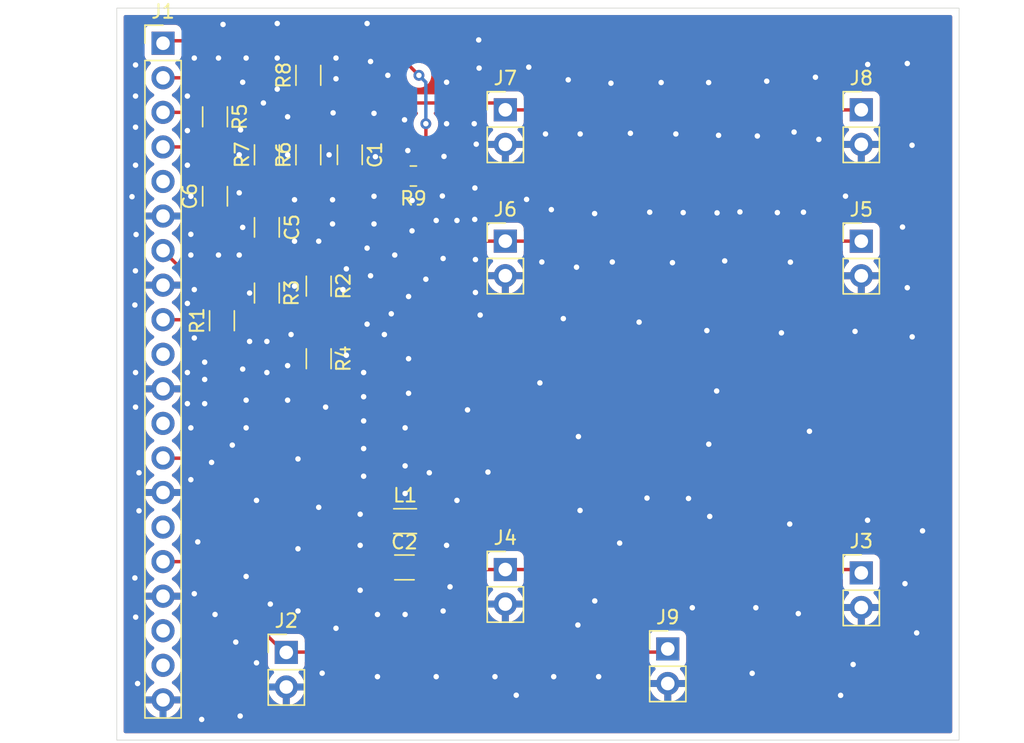
<source format=kicad_pcb>
(kicad_pcb (version 20211014) (generator pcbnew)
  (layers (0 "F.Cu" signal) (31 "B.Cu" signal) (34 "B.Paste" user) (35 "F.Paste" user) (36 "B.SilkS" user "B.Silkscreen") (37 "F.SilkS" user "F.Silkscreen") (38 "B.Mask" user) (39 "F.Mask" user) (44 "Edge.Cuts" user))
  (net 0 "")
  (net 1 "GND")
  (net 2 "bpf_ant")
  (net 3 "3V3")
  (net 4 "rfrx0_false")
  (net 5 "rfrx1_false")
  (net 6 "rfrx1_pwm")
  (net 7 "rfrx1_true")
  (net 9 "bpf_lvds")
  (net 12 "rfrx0_pwm")
  (net 14 "TX0")
  (net 17 "PWR")
  (footprint "Connector_PinHeader_2.54mm:PinHeader_1x02_P2.54mm_Vertical" (layer "F.Cu") (at 105.41 81.275)
    (fp_text reference "J8" (at 0 -2.33) (layer "F.SilkS"))
    (fp_text value "Connector_Generic_Conn_01x02")
    (fp_line (start -1.33 0) (end -1.33 -1.33) (layer "F.SilkS") (width 0.12))
    (fp_line (start -1.33 3.87) (end 1.33 3.87) (layer "F.SilkS") (width 0.12))
    (fp_line (start 1.33 1.27) (end 1.33 3.87) (layer "F.SilkS") (width 0.12))
    (fp_line (start -1.33 1.27) (end -1.33 3.87) (layer "F.SilkS") (width 0.12))
    (fp_line (start -1.33 -1.33) (end 0 -1.33) (layer "F.SilkS") (width 0.12))
    (fp_line (start -1.33 1.27) (end 1.33 1.27) (layer "F.SilkS") (width 0.12))
    (pad "1" thru_hole rect (at 0 0) (size 1.7 1.7) (drill 1) (layers *.Cu *.Mask) (net 7 "rfrx1_true"))
    (pad "2" thru_hole oval (at 0 2.54) (size 1.7 1.7) (drill 1) (layers *.Cu *.Mask) (net 1 "GND"))
  )
  (footprint "Connector_PinHeader_2.54mm:PinHeader_1x02_P2.54mm_Vertical" (layer "F.Cu") (at 79.248 81.275)
    (fp_text reference "J7" (at 0 -2.33) (layer "F.SilkS"))
    (fp_text value "Connector_Generic_Conn_01x02")
    (fp_line (start -1.33 3.87) (end 1.33 3.87) (layer "F.SilkS") (width 0.12))
    (fp_line (start -1.33 1.27) (end 1.33 1.27) (layer "F.SilkS") (width 0.12))
    (fp_line (start -1.33 0) (end -1.33 -1.33) (layer "F.SilkS") (width 0.12))
    (fp_line (start -1.33 1.27) (end -1.33 3.87) (layer "F.SilkS") (width 0.12))
    (fp_line (start 1.33 1.27) (end 1.33 3.87) (layer "F.SilkS") (width 0.12))
    (fp_line (start -1.33 -1.33) (end 0 -1.33) (layer "F.SilkS") (width 0.12))
    (pad "1" thru_hole rect (at 0 0) (size 1.7 1.7) (drill 1) (layers *.Cu *.Mask) (net 7 "rfrx1_true"))
    (pad "2" thru_hole oval (at 0 2.54) (size 1.7 1.7) (drill 1) (layers *.Cu *.Mask) (net 1 "GND"))
  )
  (footprint "Resistor_SMD:R_1206_3216Metric" (layer "F.Cu") (at 64.77 84.582 90)
    (fp_text reference "R6" (at 0 -1.82 90) (layer "F.SilkS"))
    (fp_text value "R")
    (fp_line (start -0.727064 0.91) (end 0.727064 0.91) (layer "F.SilkS") (width 0.12))
    (fp_line (start -0.727064 -0.91) (end 0.727064 -0.91) (layer "F.SilkS") (width 0.12))
    (pad "1" smd roundrect (at -1.4625 0 90) (size 1.125 1.75) (layers "F.Cu" "F.Paste" "F.Mask") (roundrect_rratio 0.2222222222) (net 3 "3V3"))
    (pad "2" smd roundrect (at 1.4625 0 90) (size 1.125 1.75) (layers "F.Cu" "F.Paste" "F.Mask") (roundrect_rratio 0.2222222222) (net 7 "rfrx1_true"))
  )
  (footprint "Capacitor_SMD:C_1206_3216Metric" (layer "F.Cu") (at 67.818 84.582 -90)
    (fp_text reference "C1" (at 0 -1.85 90) (layer "F.SilkS"))
    (fp_text value "C")
    (fp_line (start -0.711252 0.91) (end 0.711252 0.91) (layer "F.SilkS") (width 0.12))
    (fp_line (start -0.711252 -0.91) (end 0.711252 -0.91) (layer "F.SilkS") (width 0.12))
    (pad "1" smd roundrect (at -1.475 0 270) (size 1.15 1.8) (layers "F.Cu" "F.Paste" "F.Mask") (roundrect_rratio 0.2173913043) (net 1 "GND"))
    (pad "2" smd roundrect (at 1.475 0 270) (size 1.15 1.8) (layers "F.Cu" "F.Paste" "F.Mask") (roundrect_rratio 0.2173913043) (net 3 "3V3"))
  )
  (footprint "Connector_PinHeader_2.54mm:PinHeader_1x02_P2.54mm_Vertical" (layer "F.Cu") (at 105.41 115.311)
    (fp_text reference "J3" (at 0 -2.33) (layer "F.SilkS"))
    (fp_text value "Connector_Generic_Conn_01x02")
    (fp_line (start -1.33 3.87) (end 1.33 3.87) (layer "F.SilkS") (width 0.12))
    (fp_line (start 1.33 1.27) (end 1.33 3.87) (layer "F.SilkS") (width 0.12))
    (fp_line (start -1.33 -1.33) (end 0 -1.33) (layer "F.SilkS") (width 0.12))
    (fp_line (start -1.33 0) (end -1.33 -1.33) (layer "F.SilkS") (width 0.12))
    (fp_line (start -1.33 1.27) (end -1.33 3.87) (layer "F.SilkS") (width 0.12))
    (fp_line (start -1.33 1.27) (end 1.33 1.27) (layer "F.SilkS") (width 0.12))
    (pad "1" thru_hole rect (at 0 0) (size 1.7 1.7) (drill 1) (layers *.Cu *.Mask) (net 2 "bpf_ant"))
    (pad "2" thru_hole oval (at 0 2.54) (size 1.7 1.7) (drill 1) (layers *.Cu *.Mask) (net 1 "GND"))
  )
  (footprint "Resistor_SMD:R_1206_3216Metric" (layer "F.Cu") (at 58.42 96.774 90)
    (fp_text reference "R1" (at 0 -1.82 90) (layer "F.SilkS"))
    (fp_text value "R")
    (fp_line (start -0.727064 -0.91) (end 0.727064 -0.91) (layer "F.SilkS") (width 0.12))
    (fp_line (start -0.727064 0.91) (end 0.727064 0.91) (layer "F.SilkS") (width 0.12))
    (pad "1" smd roundrect (at -1.4625 0 90) (size 1.125 1.75) (layers "F.Cu" "F.Paste" "F.Mask") (roundrect_rratio 0.2222222222) (net 12 "rfrx0_pwm"))
    (pad "2" smd roundrect (at 1.4625 0 90) (size 1.125 1.75) (layers "F.Cu" "F.Paste" "F.Mask") (roundrect_rratio 0.2222222222) (net 4 "rfrx0_false"))
  )
  (footprint "Inductor_SMD:L_1206_3216Metric" (layer "F.Cu") (at 71.882 111.506)
    (fp_text reference "L1" (at 0 -1.9) (layer "F.SilkS"))
    (fp_text value "L")
    (fp_line (start -0.835242 0.91) (end 0.835242 0.91) (layer "F.SilkS") (width 0.12))
    (fp_line (start -0.835242 -0.91) (end 0.835242 -0.91) (layer "F.SilkS") (width 0.12))
    (pad "1" smd roundrect (at -1.575 0) (size 1.05 1.9) (layers "F.Cu" "F.Paste" "F.Mask") (roundrect_rratio 0.2380952381) (net 9 "bpf_lvds"))
    (pad "2" smd roundrect (at 1.575 0) (size 1.05 1.9) (layers "F.Cu" "F.Paste" "F.Mask") (roundrect_rratio 0.2380952381) (net 2 "bpf_ant"))
  )
  (footprint "Connector_PinHeader_2.54mm:PinHeader_1x02_P2.54mm_Vertical" (layer "F.Cu") (at 79.248 115.062)
    (fp_text reference "J4" (at 0 -2.33) (layer "F.SilkS"))
    (fp_text value "Connector_Generic_Conn_01x02")
    (fp_line (start 1.33 1.27) (end 1.33 3.87) (layer "F.SilkS") (width 0.12))
    (fp_line (start -1.33 -1.33) (end 0 -1.33) (layer "F.SilkS") (width 0.12))
    (fp_line (start -1.33 1.27) (end 1.33 1.27) (layer "F.SilkS") (width 0.12))
    (fp_line (start -1.33 1.27) (end -1.33 3.87) (layer "F.SilkS") (width 0.12))
    (fp_line (start -1.33 0) (end -1.33 -1.33) (layer "F.SilkS") (width 0.12))
    (fp_line (start -1.33 3.87) (end 1.33 3.87) (layer "F.SilkS") (width 0.12))
    (pad "1" thru_hole rect (at 0 0) (size 1.7 1.7) (drill 1) (layers *.Cu *.Mask) (net 2 "bpf_ant"))
    (pad "2" thru_hole oval (at 0 2.54) (size 1.7 1.7) (drill 1) (layers *.Cu *.Mask) (net 1 "GND"))
  )
  (footprint "Connector_PinHeader_2.54mm:PinHeader_1x02_P2.54mm_Vertical" (layer "F.Cu") (at 63.15 121.155)
    (fp_text reference "J2" (at 0 -2.33) (layer "F.SilkS"))
    (fp_text value "Connector_Generic_Conn_01x02")
    (fp_line (start -1.33 3.87) (end 1.33 3.87) (layer "F.SilkS") (width 0.12))
    (fp_line (start -1.33 -1.33) (end 0 -1.33) (layer "F.SilkS") (width 0.12))
    (fp_line (start -1.33 0) (end -1.33 -1.33) (layer "F.SilkS") (width 0.12))
    (fp_line (start 1.33 1.27) (end 1.33 3.87) (layer "F.SilkS") (width 0.12))
    (fp_line (start -1.33 1.27) (end 1.33 1.27) (layer "F.SilkS") (width 0.12))
    (fp_line (start -1.33 1.27) (end -1.33 3.87) (layer "F.SilkS") (width 0.12))
    (pad "1" thru_hole rect (at 0 0) (size 1.7 1.7) (drill 1) (layers *.Cu *.Mask) (net 14 "TX0"))
    (pad "2" thru_hole oval (at 0 2.54) (size 1.7 1.7) (drill 1) (layers *.Cu *.Mask) (net 1 "GND"))
  )
  (footprint "Connector_PinHeader_2.54mm:PinHeader_1x02_P2.54mm_Vertical" (layer "F.Cu") (at 105.41 90.932)
    (fp_text reference "J5" (at 0 -2.33) (layer "F.SilkS"))
    (fp_text value "Connector_Generic_Conn_01x02")
    (fp_line (start -1.33 -1.33) (end 0 -1.33) (layer "F.SilkS") (width 0.12))
    (fp_line (start -1.33 3.87) (end 1.33 3.87) (layer "F.SilkS") (width 0.12))
    (fp_line (start 1.33 1.27) (end 1.33 3.87) (layer "F.SilkS") (width 0.12))
    (fp_line (start -1.33 1.27) (end -1.33 3.87) (layer "F.SilkS") (width 0.12))
    (fp_line (start -1.33 1.27) (end 1.33 1.27) (layer "F.SilkS") (width 0.12))
    (fp_line (start -1.33 0) (end -1.33 -1.33) (layer "F.SilkS") (width 0.12))
    (pad "1" thru_hole rect (at 0 0) (size 1.7 1.7) (drill 1) (layers *.Cu *.Mask) (net 9 "bpf_lvds"))
    (pad "2" thru_hole oval (at 0 2.54) (size 1.7 1.7) (drill 1) (layers *.Cu *.Mask) (net 1 "GND"))
  )
  (footprint "Resistor_SMD:R_1206_3216Metric" (layer "F.Cu") (at 61.722 94.742 -90)
    (fp_text reference "R3" (at 0 -1.82 90) (layer "F.SilkS"))
    (fp_text value "R")
    (fp_line (start -0.727064 -0.91) (end 0.727064 -0.91) (layer "F.SilkS") (width 0.12))
    (fp_line (start -0.727064 0.91) (end 0.727064 0.91) (layer "F.SilkS") (width 0.12))
    (pad "1" smd roundrect (at -1.4625 0 270) (size 1.125 1.75) (layers "F.Cu" "F.Paste" "F.Mask") (roundrect_rratio 0.2222222222) (net 4 "rfrx0_false"))
    (pad "2" smd roundrect (at 1.4625 0 270) (size 1.125 1.75) (layers "F.Cu" "F.Paste" "F.Mask") (roundrect_rratio 0.2222222222) (net 9 "bpf_lvds"))
  )
  (footprint "Resistor_SMD:R_1206_3216Metric" (layer "F.Cu") (at 65.532 99.568 -90)
    (fp_text reference "R4" (at 0 -1.82 90) (layer "F.SilkS"))
    (fp_text value "R")
    (fp_line (start -0.727064 -0.91) (end 0.727064 -0.91) (layer "F.SilkS") (width 0.12))
    (fp_line (start -0.727064 0.91) (end 0.727064 0.91) (layer "F.SilkS") (width 0.12))
    (pad "1" smd roundrect (at -1.4625 0 270) (size 1.125 1.75) (layers "F.Cu" "F.Paste" "F.Mask") (roundrect_rratio 0.2222222222) (net 9 "bpf_lvds"))
    (pad "2" smd roundrect (at 1.4625 0 270) (size 1.125 1.75) (layers "F.Cu" "F.Paste" "F.Mask") (roundrect_rratio 0.2222222222) (net 1 "GND"))
  )
  (footprint "Capacitor_SMD:C_1206_3216Metric" (layer "F.Cu") (at 57.912 87.63 90)
    (fp_text reference "C6" (at 0 -1.85 90) (layer "F.SilkS"))
    (fp_text value "C")
    (fp_line (start -0.711252 -0.91) (end 0.711252 -0.91) (layer "F.SilkS") (width 0.12))
    (fp_line (start -0.711252 0.91) (end 0.711252 0.91) (layer "F.SilkS") (width 0.12))
    (pad "1" smd roundrect (at -1.475 0 90) (size 1.15 1.8) (layers "F.Cu" "F.Paste" "F.Mask") (roundrect_rratio 0.2173913043) (net 1 "GND"))
    (pad "2" smd roundrect (at 1.475 0 90) (size 1.15 1.8) (layers "F.Cu" "F.Paste" "F.Mask") (roundrect_rratio 0.2173913043) (net 5 "rfrx1_false"))
  )
  (footprint "Connector_PinHeader_2.54mm:PinHeader_1x02_P2.54mm_Vertical" (layer "F.Cu") (at 79.248 90.927)
    (fp_text reference "J6" (at 0 -2.33) (layer "F.SilkS"))
    (fp_text value "Connector_Generic_Conn_01x02")
    (fp_line (start 1.33 1.27) (end 1.33 3.87) (layer "F.SilkS") (width 0.12))
    (fp_line (start -1.33 -1.33) (end 0 -1.33) (layer "F.SilkS") (width 0.12))
    (fp_line (start -1.33 1.27) (end 1.33 1.27) (layer "F.SilkS") (width 0.12))
    (fp_line (start -1.33 3.87) (end 1.33 3.87) (layer "F.SilkS") (width 0.12))
    (fp_line (start -1.33 0) (end -1.33 -1.33) (layer "F.SilkS") (width 0.12))
    (fp_line (start -1.33 1.27) (end -1.33 3.87) (layer "F.SilkS") (width 0.12))
    (pad "1" thru_hole rect (at 0 0) (size 1.7 1.7) (drill 1) (layers *.Cu *.Mask) (net 9 "bpf_lvds"))
    (pad "2" thru_hole oval (at 0 2.54) (size 1.7 1.7) (drill 1) (layers *.Cu *.Mask) (net 1 "GND"))
  )
  (footprint "Connector_PinHeader_2.54mm:PinHeader_1x02_P2.54mm_Vertical" (layer "F.Cu") (at 91.186 120.899)
    (fp_text reference "J9" (at 0 -2.33) (layer "F.SilkS"))
    (fp_text value "Connector_Generic_Conn_01x02")
    (fp_line (start -1.33 0) (end -1.33 -1.33) (layer "F.SilkS") (width 0.12))
    (fp_line (start -1.33 1.27) (end -1.33 3.87) (layer "F.SilkS") (width 0.12))
    (fp_line (start -1.33 1.27) (end 1.33 1.27) (layer "F.SilkS") (width 0.12))
    (fp_line (start -1.33 3.87) (end 1.33 3.87) (layer "F.SilkS") (width 0.12))
    (fp_line (start 1.33 1.27) (end 1.33 3.87) (layer "F.SilkS") (width 0.12))
    (fp_line (start -1.33 -1.33) (end 0 -1.33) (layer "F.SilkS") (width 0.12))
    (pad "1" thru_hole rect (at 0 0) (size 1.7 1.7) (drill 1) (layers *.Cu *.Mask) (net 14 "TX0"))
    (pad "2" thru_hole oval (at 0 2.54) (size 1.7 1.7) (drill 1) (layers *.Cu *.Mask) (net 1 "GND"))
  )
  (footprint "Resistor_SMD:R_1206_3216Metric" (layer "F.Cu") (at 64.77 78.74 90)
    (fp_text reference "R8" (at 0 -1.82 90) (layer "F.SilkS"))
    (fp_text value "R")
    (fp_line (start -0.727064 0.91) (end 0.727064 0.91) (layer "F.SilkS") (width 0.12))
    (fp_line (start -0.727064 -0.91) (end 0.727064 -0.91) (layer "F.SilkS") (width 0.12))
    (pad "1" smd roundrect (at -1.4625 0 90) (size 1.125 1.75) (layers "F.Cu" "F.Paste" "F.Mask") (roundrect_rratio 0.2222222222) (net 7 "rfrx1_true"))
    (pad "2" smd roundrect (at 1.4625 0 90) (size 1.125 1.75) (layers "F.Cu" "F.Paste" "F.Mask") (roundrect_rratio 0.2222222222) (net 1 "GND"))
  )
  (footprint "Capacitor_SMD:C_1206_3216Metric" (layer "F.Cu") (at 61.722 89.916 -90)
    (fp_text reference "C5" (at 0 -1.85 90) (layer "F.SilkS"))
    (fp_text value "C")
    (fp_line (start -0.711252 0.91) (end 0.711252 0.91) (layer "F.SilkS") (width 0.12))
    (fp_line (start -0.711252 -0.91) (end 0.711252 -0.91) (layer "F.SilkS") (width 0.12))
    (pad "1" smd roundrect (at -1.475 0 270) (size 1.15 1.8) (layers "F.Cu" "F.Paste" "F.Mask") (roundrect_rratio 0.2173913043) (net 1 "GND"))
    (pad "2" smd roundrect (at 1.475 0 270) (size 1.15 1.8) (layers "F.Cu" "F.Paste" "F.Mask") (roundrect_rratio 0.2173913043) (net 4 "rfrx0_false"))
  )
  (footprint "Resistor_SMD:R_1206_3216Metric" (layer "F.Cu") (at 57.912 81.788 -90)
    (fp_text reference "R5" (at 0 -1.82 90) (layer "F.SilkS"))
    (fp_text value "R")
    (fp_line (start -0.727064 -0.91) (end 0.727064 -0.91) (layer "F.SilkS") (width 0.12))
    (fp_line (start -0.727064 0.91) (end 0.727064 0.91) (layer "F.SilkS") (width 0.12))
    (pad "1" smd roundrect (at -1.4625 0 270) (size 1.125 1.75) (layers "F.Cu" "F.Paste" "F.Mask") (roundrect_rratio 0.2222222222) (net 6 "rfrx1_pwm"))
    (pad "2" smd roundrect (at 1.4625 0 270) (size 1.125 1.75) (layers "F.Cu" "F.Paste" "F.Mask") (roundrect_rratio 0.2222222222) (net 5 "rfrx1_false"))
  )
  (footprint "Resistor_SMD:R_0805_2012Metric" (layer "F.Cu") (at 72.49 86.14 180)
    (fp_text reference "R9" (at 0 -1.65) (layer "F.SilkS"))
    (fp_text value "R")
    (fp_line (start -0.227064 -0.735) (end 0.227064 -0.735) (layer "F.SilkS") (width 0.12))
    (fp_line (start -0.227064 0.735) (end 0.227064 0.735) (layer "F.SilkS") (width 0.12))
    (pad "1" smd roundrect (at -0.9125 0 180) (size 1.025 1.4) (layers "F.Cu" "F.Paste" "F.Mask") (roundrect_rratio 0.243902439) (net 17 "PWR"))
    (pad "2" smd roundrect (at 0.9125 0 180) (size 1.025 1.4) (layers "F.Cu" "F.Paste" "F.Mask") (roundrect_rratio 0.243902439) (net 3 "3V3"))
  )
  (footprint "Connector_PinHeader_2.54mm:PinHeader_1x20_P2.54mm_Vertical" (layer "F.Cu") (at 54.09 76.382)
    (fp_text reference "J1" (at 0 -2.33) (layer "F.SilkS"))
    (fp_text value "Connector_Generic_Conn_01x20")
    (fp_line (start -1.33 1.27) (end 1.33 1.27) (layer "F.SilkS") (width 0.12))
    (fp_line (start 1.33 1.27) (end 1.33 49.59) (layer "F.SilkS") (width 0.12))
    (fp_line (start -1.33 -1.33) (end 0 -1.33) (layer "F.SilkS") (width 0.12))
    (fp_line (start -1.33 49.59) (end 1.33 49.59) (layer "F.SilkS") (width 0.12))
    (fp_line (start -1.33 1.27) (end -1.33 49.59) (layer "F.SilkS") (width 0.12))
    (fp_line (start -1.33 0) (end -1.33 -1.33) (layer "F.SilkS") (width 0.12))
    (pad "1" thru_hole rect (at 0 0) (size 1.7 1.7) (drill 1) (layers *.Cu *.Mask) (net 17 "PWR"))
    (pad "2" thru_hole oval (at 0 2.54) (size 1.7 1.7) (drill 1) (layers *.Cu *.Mask) (net 6 "rfrx1_pwm"))
    (pad "3" thru_hole oval (at 0 5.08) (size 1.7 1.7) (drill 1) (layers *.Cu *.Mask) (net 7 "rfrx1_true"))
    (pad "4" thru_hole oval (at 0 7.62) (size 1.7 1.7) (drill 1) (layers *.Cu *.Mask) (net 5 "rfrx1_false"))
    (pad "5" thru_hole oval (at 0 10.16) (size 1.7 1.7) (drill 1) (layers *.Cu *.Mask))
    (pad "6" thru_hole oval (at 0 12.7) (size 1.7 1.7) (drill 1) (layers *.Cu *.Mask) (net 1 "GND"))
    (pad "7" thru_hole oval (at 0 15.24) (size 1.7 1.7) (drill 1) (layers *.Cu *.Mask) (net 4 "rfrx0_false"))
    (pad "8" thru_hole oval (at 0 17.78) (size 1.7 1.7) (drill 1) (layers *.Cu *.Mask) (net 1 "GND"))
    (pad "9" thru_hole oval (at 0 20.32) (size 1.7 1.7) (drill 1) (layers *.Cu *.Mask) (net 9 "bpf_lvds"))
    (pad "10" thru_hole oval (at 0 22.86) (size 1.7 1.7) (drill 1) (layers *.Cu *.Mask))
    (pad "11" thru_hole oval (at 0 25.4) (size 1.7 1.7) (drill 1) (layers *.Cu *.Mask) (net 1 "GND"))
    (pad "12" thru_hole oval (at 0 27.94) (size 1.7 1.7) (drill 1) (layers *.Cu *.Mask))
    (pad "13" thru_hole oval (at 0 30.48) (size 1.7 1.7) (drill 1) (layers *.Cu *.Mask) (net 12 "rfrx0_pwm"))
    (pad "14" thru_hole oval (at 0 33.02) (size 1.7 1.7) (drill 1) (layers *.Cu *.Mask) (net 1 "GND"))
    (pad "15" thru_hole oval (at 0 35.56) (size 1.7 1.7) (drill 1) (layers *.Cu *.Mask))
    (pad "16" thru_hole oval (at 0 38.1) (size 1.7 1.7) (drill 1) (layers *.Cu *.Mask) (net 14 "TX0"))
    (pad "17" thru_hole oval (at 0 40.64) (size 1.7 1.7) (drill 1) (layers *.Cu *.Mask) (net 1 "GND"))
    (pad "18" thru_hole oval (at 0 43.18) (size 1.7 1.7) (drill 1) (layers *.Cu *.Mask))
    (pad "19" thru_hole oval (at 0 45.72) (size 1.7 1.7) (drill 1) (layers *.Cu *.Mask))
    (pad "20" thru_hole oval (at 0 48.26) (size 1.7 1.7) (drill 1) (layers *.Cu *.Mask) (net 1 "GND"))
  )
  (footprint "Resistor_SMD:R_1206_3216Metric" (layer "F.Cu") (at 65.532 94.234 -90)
    (fp_text reference "R2" (at 0 -1.82 90) (layer "F.SilkS"))
    (fp_text value "R")
    (fp_line (start -0.727064 -0.91) (end 0.727064 -0.91) (layer "F.SilkS") (width 0.12))
    (fp_line (start -0.727064 0.91) (end 0.727064 0.91) (layer "F.SilkS") (width 0.12))
    (pad "1" smd roundrect (at -1.4625 0 270) (size 1.125 1.75) (layers "F.Cu" "F.Paste" "F.Mask") (roundrect_rratio 0.2222222222) (net 3 "3V3"))
    (pad "2" smd roundrect (at 1.4625 0 270) (size 1.125 1.75) (layers "F.Cu" "F.Paste" "F.Mask") (roundrect_rratio 0.2222222222) (net 9 "bpf_lvds"))
  )
  (footprint "Capacitor_SMD:C_1206_3216Metric" (layer "F.Cu") (at 71.832 114.906)
    (fp_text reference "C2" (at 0 -1.85) (layer "F.SilkS"))
    (fp_text value "C")
    (fp_line (start -0.711252 0.91) (end 0.711252 0.91) (layer "F.SilkS") (width 0.12))
    (fp_line (start -0.711252 -0.91) (end 0.711252 -0.91) (layer "F.SilkS") (width 0.12))
    (pad "1" smd roundrect (at -1.475 0) (size 1.15 1.8) (layers "F.Cu" "F.Paste" "F.Mask") (roundrect_rratio 0.2173913043) (net 1 "GND"))
    (pad "2" smd roundrect (at 1.475 0) (size 1.15 1.8) (layers "F.Cu" "F.Paste" "F.Mask") (roundrect_rratio 0.2173913043) (net 2 "bpf_ant"))
  )
  (footprint "Resistor_SMD:R_1206_3216Metric" (layer "F.Cu") (at 61.722 84.582 90)
    (fp_text reference "R7" (at 0 -1.82 90) (layer "F.SilkS"))
    (fp_text value "R")
    (fp_line (start -0.727064 0.91) (end 0.727064 0.91) (layer "F.SilkS") (width 0.12))
    (fp_line (start -0.727064 -0.91) (end 0.727064 -0.91) (layer "F.SilkS") (width 0.12))
    (pad "1" smd roundrect (at -1.4625 0 90) (size 1.125 1.75) (layers "F.Cu" "F.Paste" "F.Mask") (roundrect_rratio 0.2222222222) (net 5 "rfrx1_false"))
    (pad "2" smd roundrect (at 1.4625 0 90) (size 1.125 1.75) (layers "F.Cu" "F.Paste" "F.Mask") (roundrect_rratio 0.2222222222) (net 7 "rfrx1_true"))
  )
  (gr_rect (start 50.69 73.8) (end 112.6 127.6) (layer "Edge.Cuts") (width 0.05) (fill none))
  (via (at 59.944 79.248) (size 0.8) (drill 0.4) (layers "F.Cu" "B.Cu") (net 1))
  (via (at 69.342 93.472) (size 0.8) (drill 0.4) (layers "F.Cu" "B.Cu") (net 1))
  (via (at 68.834 108.204) (size 0.8) (drill 0.4) (layers "F.Cu" "B.Cu") (net 1))
  (via (at 59.69 87.376) (size 0.8) (drill 0.4) (layers "F.Cu" "B.Cu") (net 1))
  (via (at 59.182 105.918) (size 0.8) (drill 0.4) (layers "F.Cu" "B.Cu") (net 1))
  (via (at 58.166 77.47) (size 0.8) (drill 0.4) (layers "F.Cu" "B.Cu") (net 1))
  (via (at 108.79 77.87) (size 0.8) (drill 0.4) (layers "F.Cu" "B.Cu") (net 1))
  (via (at 73.406 93.726) (size 0.8) (drill 0.4) (layers "F.Cu" "B.Cu") (net 1))
  (via (at 57.912 118.364) (size 0.8) (drill 0.4) (layers "F.Cu" "B.Cu") (net 1))
  (via (at 85.81 88.9) (size 0.8) (drill 0.4) (layers "F.Cu" "B.Cu") (net 1))
  (via (at 109.91 112.22) (size 0.8) (drill 0.4) (layers "F.Cu" "B.Cu") (net 1))
  (via (at 75.184 116.332) (size 0.8) (drill 0.4) (layers "F.Cu" "B.Cu") (net 1))
  (via (at 85.82 117.37) (size 0.8) (drill 0.4) (layers "F.Cu" "B.Cu") (net 1))
  (via (at 101.6 104.902) (size 0.8) (drill 0.4) (layers "F.Cu" "B.Cu") (net 1))
  (via (at 68.58 116.586) (size 0.8) (drill 0.4) (layers "F.Cu" "B.Cu") (net 1))
  (via (at 61.976 117.602) (size 0.8) (drill 0.4) (layers "F.Cu" "B.Cu") (net 1))
  (via (at 109.48 119.72) (size 0.8) (drill 0.4) (layers "F.Cu" "B.Cu") (net 1))
  (via (at 69.088 97.028) (size 0.8) (drill 0.4) (layers "F.Cu" "B.Cu") (net 1))
  (via (at 56.642 113.03) (size 0.8) (drill 0.4) (layers "F.Cu" "B.Cu") (net 1))
  (via (at 69.596 87.63) (size 0.8) (drill 0.4) (layers "F.Cu" "B.Cu") (net 1))
  (via (at 74.168 89.408) (size 0.8) (drill 0.4) (layers "F.Cu" "B.Cu") (net 1))
  (via (at 77.4 96.36) (size 0.8) (drill 0.4) (layers "F.Cu" "B.Cu") (net 1))
  (via (at 62.484 77.47) (size 0.8) (drill 0.4) (layers "F.Cu" "B.Cu") (net 1))
  (via (at 72.08 84.27) (size 0.8) (drill 0.4) (layers "F.Cu" "B.Cu") (net 1))
  (via (at 58.166 91.948) (size 0.8) (drill 0.4) (layers "F.Cu" "B.Cu") (net 1))
  (via (at 60.198 102.616) (size 0.8) (drill 0.4) (layers "F.Cu" "B.Cu") (net 1))
  (via (at 72.39 90.17) (size 0.8) (drill 0.4) (layers "F.Cu" "B.Cu") (net 1))
  (via (at 68.834 100.584) (size 0.8) (drill 0.4) (layers "F.Cu" "B.Cu") (net 1))
  (via (at 63.754 90.932) (size 0.8) (drill 0.4) (layers "F.Cu" "B.Cu") (net 1))
  (via (at 94.06 97.5) (size 0.8) (drill 0.4) (layers "F.Cu" "B.Cu") (net 1))
  (via (at 64.008 113.538) (size 0.8) (drill 0.4) (layers "F.Cu" "B.Cu") (net 1))
  (via (at 97.39 122.69) (size 0.8) (drill 0.4) (layers "F.Cu" "B.Cu") (net 1))
  (via (at 56.134 108.458) (size 0.8) (drill 0.4) (layers "F.Cu" "B.Cu") (net 1))
  (via (at 66.548 87.884) (size 0.8) (drill 0.4) (layers "F.Cu" "B.Cu") (net 1))
  (via (at 91.53 92.51) (size 0.8) (drill 0.4) (layers "F.Cu" "B.Cu") (net 1))
  (via (at 52.02 115.68) (size 0.8) (drill 0.4) (layers "F.Cu" "B.Cu") (net 1))
  (via (at 72.136 102.108) (size 0.8) (drill 0.4) (layers "F.Cu" "B.Cu") (net 1))
  (via (at 71.84 82.01) (size 0.8) (drill 0.4) (layers "F.Cu" "B.Cu") (net 1))
  (via (at 100.15 111.72) (size 0.8) (drill 0.4) (layers "F.Cu" "B.Cu") (net 1))
  (via (at 100.47 82.91) (size 0.8) (drill 0.4) (layers "F.Cu" "B.Cu") (net 1))
  (via (at 88.44 83) (size 0.8) (drill 0.4) (layers "F.Cu" "B.Cu") (net 1))
  (via (at 67.31 94.488) (size 0.8) (drill 0.4) (layers "F.Cu" "B.Cu") (net 1))
  (via (at 84.75 83.05) (size 0.8) (drill 0.4) (layers "F.Cu" "B.Cu") (net 1))
  (via (at 77.11 83.8) (size 0.8) (drill 0.4) (layers "F.Cu" "B.Cu") (net 1))
  (via (at 99.24 88.83) (size 0.8) (drill 0.4) (layers "F.Cu" "B.Cu") (net 1))
  (via (at 102.29 83.45) (size 0.8) (drill 0.4) (layers "F.Cu" "B.Cu") (net 1))
  (via (at 89.86 88.8) (size 0.8) (drill 0.4) (layers "F.Cu" "B.Cu") (net 1))
  (via (at 52.07 103.124) (size 0.8) (drill 0.4) (layers "F.Cu" "B.Cu") (net 1))
  (via (at 89.66 109.81) (size 0.8) (drill 0.4) (layers "F.Cu" "B.Cu") (net 1))
  (via (at 90.7 79.27) (size 0.8) (drill 0.4) (layers "F.Cu" "B.Cu") (net 1))
  (via (at 96.49 88.78) (size 0.8) (drill 0.4) (layers "F.Cu" "B.Cu") (net 1))
  (via (at 57.15 102.87) (size 0.8) (drill 0.4) (layers "F.Cu" "B.Cu") (net 1))
  (via (at 61.722 100.584) (size 0.8) (drill 0.4) (layers "F.Cu" "B.Cu") (net 1))
  (via (at 105.88 77.94) (size 0.8) (drill 0.4) (layers "F.Cu" "B.Cu") (net 1))
  (via (at 60.96 121.92) (size 0.8) (drill 0.4) (layers "F.Cu" "B.Cu") (net 1))
  (via (at 60.198 115.57) (size 0.8) (drill 0.4) (layers "F.Cu" "B.Cu") (net 1))
  (via (at 52.07 77.978) (size 0.8) (drill 0.4) (layers "F.Cu" "B.Cu") (net 1))
  (via (at 56.388 77.47) (size 0.8) (drill 0.4) (layers "F.Cu" "B.Cu") (net 1))
  (via (at 63.754 94.234) (size 0.8) (drill 0.4) (layers "F.Cu" "B.Cu") (net 1))
  (via (at 55.88 85.344) (size 0.8) (drill 0.4) (layers "F.Cu" "B.Cu") (net 1))
  (via (at 80.05 124.3) (size 0.8) (drill 0.4) (layers "F.Cu" "B.Cu") (net 1))
  (via (at 108.62 116.1) (size 0.8) (drill 0.4) (layers "F.Cu" "B.Cu") (net 1))
  (via (at 74.93 113.284) (size 0.8) (drill 0.4) (layers "F.Cu" "B.Cu") (net 1))
  (via (at 109.15 97.96) (size 0.8) (drill 0.4) (layers "F.Cu" "B.Cu") (net 1))
  (via (at 69.85 122.936) (size 0.8) (drill 0.4) (layers "F.Cu" "B.Cu") (net 1))
  (via (at 66.802 78.994) (size 0.8) (drill 0.4) (layers "F.Cu" "B.Cu") (net 1))
  (via (at 63.246 81.788) (size 0.8) (drill 0.4) (layers "F.Cu" "B.Cu") (net 1))
  (via (at 109.14 83.88) (size 0.8) (drill 0.4) (layers "F.Cu" "B.Cu") (net 1))
  (via (at 98.46 79.17) (size 0.8) (drill 0.4) (layers "F.Cu" "B.Cu") (net 1))
  (via (at 77.29 76.14) (size 0.8) (drill 0.4) (layers "F.Cu" "B.Cu") (net 1))
  (via (at 94.2 105.85) (size 0.8) (drill 0.4) (layers "F.Cu" "B.Cu") (net 1))
  (via (at 102.04 78.88) (size 0.8) (drill 0.4) (layers "F.Cu" "B.Cu") (net 1))
  (via (at 84.58 119.14) (size 0.8) (drill 0.4) (layers "F.Cu" "B.Cu") (net 1))
  (via (at 82.2 83.05) (size 0.8) (drill 0.4) (layers "F.Cu" "B.Cu") (net 1))
  (via (at 100.78 118.3) (size 0.8) (drill 0.4) (layers "F.Cu" "B.Cu") (net 1))
  (via (at 68.834 106.172) (size 0.8) (drill 0.4) (layers "F.Cu" "B.Cu") (net 1))
  (via (at 57.15 99.822) (size 0.8) (drill 0.4) (layers "F.Cu" "B.Cu") (net 1))
  (via (at 74.676 92.202) (size 0.8) (drill 0.4) (layers "F.Cu" "B.Cu") (net 1))
  (via (at 52.07 85.344) (size 0.8) (drill 0.4) (layers "F.Cu" "B.Cu") (net 1))
  (via (at 64.008 118.11) (size 0.8) (drill 0.4) (layers "F.Cu" "B.Cu") (net 1))
  (via (at 51.81 87.66) (size 0.8) (drill 0.4) (layers "F.Cu" "B.Cu") (net 1))
  (via (at 56.134 91.948) (size 0.8) (drill 0.4) (layers "F.Cu" "B.Cu") (net 1))
  (via (at 83.51 96.62) (size 0.8) (drill 0.4) (layers "F.Cu" "B.Cu") (net 1))
  (via (at 77.32 78.21) (size 0.8) (drill 0.4) (layers "F.Cu" "B.Cu") (net 1))
  (via (at 81.788 101.346) (size 0.8) (drill 0.4) (layers "F.Cu" "B.Cu") (net 1))
  (via (at 55.88 102.87) (size 0.8) (drill 0.4) (layers "F.Cu" "B.Cu") (net 1))
  (via (at 76.962 82.296) (size 0.8) (drill 0.4) (layers "F.Cu" "B.Cu") (net 1))
  (via (at 108.44 89.89) (size 0.8) (drill 0.4) (layers "F.Cu" "B.Cu") (net 1))
  (via (at 55.88 80.264) (size 0.8) (drill 0.4) (layers "F.Cu" "B.Cu") (net 1))
  (via (at 66.294 84.582) (size 0.8) (drill 0.4) (layers "F.Cu" "B.Cu") (net 1))
  (via (at 87.01 79.32) (size 0.8) (drill 0.4) (layers "F.Cu" "B.Cu") (net 1))
  (via (at 60.452 98.298) (size 0.8) (drill 0.4) (layers "F.Cu" "B.Cu") (net 1))
  (via (at 69.088 74.93) (size 0.8) (drill 0.4) (layers "F.Cu" "B.Cu") (net 1))
  (via (at 69.7 84.72) (size 0.8) (drill 0.4) (layers "F.Cu" "B.Cu") (net 1))
  (via (at 52.324 107.95) (size 0.8) (drill 0.4) (layers "F.Cu" "B.Cu") (net 1))
  (via (at 57.658 107.188) (size 0.8) (drill 0.4) (layers "F.Cu" "B.Cu") (net 1))
  (via (at 75.692 109.982) (size 0.8) (drill 0.4) (layers "F.Cu" "B.Cu") (net 1))
  (via (at 77.01 87.02) (size 0.8) (drill 0.4) (layers "F.Cu" "B.Cu") (net 1))
  (via (at 92.99 117.87) (size 0.8) (drill 0.4) (layers "F.Cu" "B.Cu") (net 1))
  (via (at 66.548 89.662) (size 0.8) (drill 0.4) (layers "F.Cu" "B.Cu") (net 1))
  (via (at 80.81 87.86) (size 0.8) (drill 0.4) (layers "F.Cu" "B.Cu") (net 1))
  (via (at 60.198 104.648) (size 0.8) (drill 0.4) (layers "F.Cu" "B.Cu") (net 1))
  (via (at 57.15 101.092) (size 0.8) (drill 0.4) (layers "F.Cu" "B.Cu") (net 1))
  (via (at 64.008 106.934) (size 0.8) (drill 0.4) (layers "F.Cu" "B.Cu") (net 1))
  (via (at 52.06 93.11) (size 0.8) (drill 0.4) (layers "F.Cu" "B.Cu") (net 1))
  (via (at 89.08 96.88) (size 0.8) (drill 0.4) (layers "F.Cu" "B.Cu") (net 1))
  (via (at 60.198 77.47) (size 0.8) (drill 0.4) (layers "F.Cu" "B.Cu") (net 1))
  (via (at 52.22 123.44) (size 0.8) (drill 0.4) (layers "F.Cu" "B.Cu") (net 1))
  (via (at 77.05 92.28) (size 0.8) (drill 0.4) (layers "F.Cu" "B.Cu") (net 1))
  (via (at 87.11 92.46) (size 0.8) (drill 0.4) (layers "F.Cu" "B.Cu") (net 1))
  (via (at 104.95 97.56) (size 0.8) (drill 0.4) (layers "F.Cu" "B.Cu") (net 1))
  (via (at 61.468 80.772) (size 0.8) (drill 0.4) (layers "F.Cu" "B.Cu") (net 1))
  (via (at 67.564 99.314) (size 0.8) (drill 0.4) (layers "F.Cu" "B.Cu") (net 1))
  (via (at 62.484 74.93) (size 0.8) (drill 0.4) (layers "F.Cu" "B.Cu") (net 1))
  (via (at 72.136 99.568) (size 0.8) (drill 0.4) (layers "F.Cu" "B.Cu") (net 1))
  (via (at 67.564 92.964) (size 0.8) (drill 0.4) (layers "F.Cu" "B.Cu") (net 1))
  (via (at 69.596 89.662) (size 0.8) (drill 0.4) (layers "F.Cu" "B.Cu") (net 1))
  (via (at 65.786 122.682) (size 0.8) (drill 0.4) (layers "F.Cu" "B.Cu") (net 1))
  (via (at 71.882 118.364) (size 0.8) (drill 0.4) (layers "F.Cu" "B.Cu") (net 1))
  (via (at 104.81 122.04) (size 0.8) (drill 0.4) (layers "F.Cu" "B.Cu") (net 1))
  (via (at 72.4 87.94) (size 0.8) (drill 0.4) (layers "F.Cu" "B.Cu") (net 1))
  (via (at 56.134 87.63) (size 0.8) (drill 0.4) (layers "F.Cu" "B.Cu") (net 1))
  (via (at 78.486 122.936) (size 0.8) (drill 0.4) (layers "F.Cu" "B.Cu") (net 1))
  (via (at 65.532 90.932) (size 0.8) (drill 0.4) (layers "F.Cu" "B.Cu") (net 1))
  (via (at 108.79 94.35) (size 0.8) (drill 0.4) (layers "F.Cu" "B.Cu") (net 1))
  (via (at 59.69 84.582) (size 0.8) (drill 0.4) (layers "F.Cu" "B.Cu") (net 1))
  (via (at 103.89 124.31) (size 0.8) (drill 0.4) (layers "F.Cu" "B.Cu") (net 1))
  (via (at 74.74 84.7) (size 0.8) (drill 0.4) (layers "F.Cu" "B.Cu") (net 1))
  (via (at 94.19 79.27) (size 0.8) (drill 0.4) (layers "F.Cu" "B.Cu") (net 1))
  (via (at 63.246 84.582) (size 0.8) (drill 0.4) (layers "F.Cu" "B.Cu") (net 1))
  (via (at 59.944 89.916) (size 0.8) (drill 0.4) (layers "F.Cu" "B.Cu") (net 1))
  (via (at 84.62 105.29) (size 0.8) (drill 0.4) (layers "F.Cu" "B.Cu") (net 1))
  (via (at 71.12 91.948) (size 0.8) (drill 0.4) (layers "F.Cu" "B.Cu") (net 1))
  (via (at 69.342 77.724) (size 0.8) (drill 0.4) (layers "F.Cu" "B.Cu") (net 1))
  (via (at 71.882 107.442) (size 0.8) (drill 0.4) (layers "F.Cu" "B.Cu") (net 1))
  (via (at 59.69 91.948) (size 0.8) (drill 0.4) (layers "F.Cu" "B.Cu") (net 1))
  (via (at 58.5 75) (size 0.8) (drill 0.4) (layers "F.Cu" "B.Cu") (net 1))
  (via (at 80.97 78.14) (size 0.8) (drill 0.4) (layers "F.Cu" "B.Cu") (net 1))
  (via (at 59.76 125.83) (size 0.8) (drill 0.4) (layers "F.Cu" "B.Cu") (net 1))
  (via (at 63.754 87.884) (size 0.8) (drill 0.4) (layers "F.Cu" "B.Cu") (net 1))
  (via (at 99.54 97.67) (size 0.8) (drill 0.4) (layers "F.Cu" "B.Cu") (net 1))
  (via (at 97.77 83.2) (size 0.8) (drill 0.4) (layers "F.Cu" "B.Cu") (net 1))
  (via (at 59.79 82.75) (size 0.8) (drill 0.4) (layers "F.Cu" "B.Cu") (net 1))
  (via (at 69.596 81.534) (size 0.8) (drill 0.4) (layers "F.Cu" "B.Cu") (net 1))
  (via (at 74.93 82.296) (size 0.8) (drill 0.4) (layers "F.Cu" "B.Cu") (net 1))
  (via (at 87.65 113.12) (size 0.8) (drill 0.4) (layers "F.Cu" "B.Cu") (net 1))
  (via (at 75.692 89.408) (size 0.8) (drill 0.4) (layers "F.Cu" "B.Cu") (net 1))
  (via (at 52.02 95.62) (size 0.8) (drill 0.4) (layers "F.Cu" "B.Cu") (net 1))
  (via (at 56.388 94.488) (size 0.8) (drill 0.4) (layers "F.Cu" "B.Cu") (net 1))
  (via (at 62.484 79.756) (size 0.8) (drill 0.4) (layers "F.Cu" "B.Cu") (net 1))
  (via (at 56.93 126.08) (size 0.8) (drill 0.4) (layers "F.Cu" "B.Cu") (net 1))
  (via (at 104.25 87.62) (size 0.8) (drill 0.4) (layers "F.Cu" "B.Cu") (net 1))
  (via (at 60.452 94.742) (size 0.8) (drill 0.4) (layers "F.Cu" "B.Cu") (net 1))
  (via (at 56.134 90.424) (size 0.8) (drill 0.4) (layers "F.Cu" "B.Cu") (net 1))
  (via (at 68.834 104.14) (size 0.8) (drill 0.4) (layers "F.Cu" "B.Cu") (net 1))
  (via (at 66.802 77.47) (size 0.8) (drill 0.4) (layers "F.Cu" "B.Cu") (net 1))
  (via (at 55.88 95.504) (size 0.8) (drill 0.4) (layers "F.Cu" "B.Cu") (net 1))
  (via (at 70.612 78.74) (size 0.8) (drill 0.4) (layers "F.Cu" "B.Cu") (net 1))
  (via (at 69.85 118.364) (size 0.8) (drill 0.4) (layers "F.Cu" "B.Cu") (net 1))
  (via (at 52.11 90.44) (size 0.8) (drill 0.4) (layers "F.Cu" "B.Cu") (net 1))
  (via (at 84.74 110.72) (size 0.8) (drill 0.4) (layers "F.Cu" "B.Cu") (net 1))
  (via (at 94.81 88.85) (size 0.8) (drill 0.4) (layers "F.Cu" "B.Cu") (net 1))
  (via (at 84.48 92.84) (size 0.8) (drill 0.4) (layers "F.Cu" "B.Cu") (net 1))
  (via (at 94.92 83.15) (size 0.8) (drill 0.4) (layers "F.Cu" "B.Cu") (net 1))
  (via (at 77.05 94.7) (size 0.8) (drill 0.4) (layers "F.Cu" "B.Cu") (net 1))
  (via (at 59.436 120.396) (size 0.8) (drill 0.4) (layers "F.Cu" "B.Cu") (net 1))
  (via (at 74.93 79.248) (size 0.8) (drill 0.4) (layers "F.Cu" "B.Cu") (net 1))
  (via (at 105.87 111.44) (size 0.8) (drill 0.4) (layers "F.Cu" "B.Cu") (net 1))
  (via (at 72.136 94.996) (size 0.8) (drill 0.4) (layers "F.Cu" "B.Cu") (net 1))
  (via (at 73.66 107.95) (size 0.8) (drill 0.4) (layers "F.Cu" "B.Cu") (net 1))
  (via (at 61.722 98.298) (size 0.8) (drill 0.4) (layers "F.Cu" "B.Cu") (net 1))
  (via (at 52.07 100.584) (size 0.8) (drill 0.4) (layers "F.Cu" "B.Cu") (net 1))
  (via (at 69.088 91.44) (size 0.8) (drill 0.4) (layers "F.Cu" "B.Cu") (net 1))
  (via (at 56.134 104.648) (size 0.8) (drill 0.4) (layers "F.Cu" "B.Cu") (net 1))
  (via (at 52.07 82.55) (size 0.8) (drill 0.4) (layers "F.Cu" "B.Cu") (net 1))
  (via (at 70.358 97.79) (size 0.8) (drill 0.4) (layers "F.Cu" "B.Cu") (net 1))
  (via (at 100.2 92.47) (size 0.8) (drill 0.4) (layers "F.Cu" "B.Cu") (net 1))
  (via (at 94.78 101.94) (size 0.8) (drill 0.4) (layers "F.Cu" "B.Cu") (net 1))
  (via (at 76.47 103.33) (size 0.8) (drill 0.4) (layers "F.Cu" "B.Cu") (net 1))
  (via (at 74.62 87.61) (size 0.8) (drill 0.4) (layers "F.Cu" "B.Cu") (net 1))
  (via (at 70.866 96.266) (size 0.8) (drill 0.4) (layers "F.Cu" "B.Cu") (net 1))
  (via (at 92.71 109.84) (size 0.8) (drill 0.4) (layers "F.Cu" "B.Cu") (net 1))
  (via (at 101.16 88.8) (size 0.8) (drill 0.4) (layers "F.Cu" "B.Cu") (net 1))
  (via (at 52.07 80.264) (size 0.8) (drill 0.4) (layers "F.Cu" "B.Cu") (net 1))
  (via (at 59.944 100.33) (size 0.8) (drill 0.4) (layers "F.Cu" "B.Cu") (net 1))
  (via (at 77 89.33) (size 0.8) (drill 0.4) (layers "F.Cu" "B.Cu") (net 1))
  (via (at 56.388 116.84) (size 0.8) (drill 0.4) (layers "F.Cu" "B.Cu") (net 1))
  (via (at 63.246 100.076) (size 0.8) (drill 0.4) (layers "F.Cu" "B.Cu") (net 1))
  (via (at 56.388 98.044) (size 0.8) (drill 0.4) (layers "F.Cu" "B.Cu") (net 1))
  (via (at 68.58 110.998) (size 0.8) (drill 0.4) (layers "F.Cu" "B.Cu") (net 1))
  (via (at 55.88 82.804) (size 0.8) (drill 0.4) (layers "F.Cu" "B.Cu") (net 1))
  (via (at 81.93 92.46) (size 0.8) (drill 0.4) (layers "F.Cu" "B.Cu") (net 1))
  (via (at 86.106 122.936) (size 0.8) (drill 0.4) (layers "F.Cu" "B.Cu") (net 1))
  (via (at 66.802 119.38) (size 0.8) (drill 0.4) (layers "F.Cu" "B.Cu") (net 1))
  (via (at 52.324 110.744) (size 0.8) (drill 0.4) (layers "F.Cu" "B.Cu") (net 1))
  (via (at 94.27 111.16) (size 0.8) (drill 0.4) (layers "F.Cu" "B.Cu") (net 1))
  (via (at 68.834 102.362) (size 0.8) (drill 0.4) (layers "F.Cu" "B.Cu") (net 1))
  (via (at 66.04 103.124) (size 0.8) (drill 0.4) (layers "F.Cu" "B.Cu") (net 1))
  (via (at 68.58 113.284) (size 0.8) (drill 0.4) (layers "F.Cu" "B.Cu") (net 1))
  (via (at 71.882 109.474) (size 0.8) (drill 0.4) (layers "F.Cu" "B.Cu") (net 1))
  (via (at 95.37 92.38) (size 0.8) (drill 0.4) (layers "F.Cu" "B.Cu") (net 1))
  (via (at 74.676 118.11) (size 0.8) (drill 0.4) (layers "F.Cu" "B.Cu") (net 1))
  (via (at 77.97 107.9) (size 0.8) (drill 0.4) (layers "F.Cu" "B.Cu") (net 1))
  (via (at 74.168 122.936) (size 0.8) (drill 0.4) (layers "F.Cu" "B.Cu") (net 1))
  (via (at 82.63 88.61) (size 0.8) (drill 0.4) (layers "F.Cu" "B.Cu") (net 1))
  (via (at 52.08 118.56) (size 0.8) (drill 0.4) (layers "F.Cu" "B.Cu") (net 1))
  (via (at 82.804 122.936) (size 0.8) (drill 0.4) (layers "F.Cu" "B.Cu") (net 1))
  (via (at 55.88 100.584) (size 0.8) (drill 0.4) (layers "F.Cu" "B.Cu") (net 1))
  (via (at 66.59 81.5) (size 0.8) (drill 0.4) (layers "F.Cu" "B.Cu") (net 1))
  (via (at 63.246 102.616) (size 0.8) (drill 0.4) (layers "F.Cu" "B.Cu") (net 1))
  (via (at 92.32 88.83) (size 0.8) (drill 0.4) (layers "F.Cu" "B.Cu") (net 1))
  (via (at 60.96 109.982) (size 0.8) (drill 0.4) (layers "F.Cu" "B.Cu") (net 1))
  (via (at 65.532 110.49) (size 0.8) (drill 0.4) (layers "F.Cu" "B.Cu") (net 1))
  (via (at 71.882 104.648) (size 0.8) (drill 0.4) (layers "F.Cu" "B.Cu") (net 1))
  (via (at 83.87 79.07) (size 0.8) (drill 0.4) (layers "F.Cu" "B.Cu") (net 1))
  (via (at 63.5 97.79) (size 0.8) (drill 0.4) (layers "F.Cu" "B.Cu") (net 1))
  (via (at 91.78 83.05) (size 0.8) (drill 0.4) (layers "F.Cu" "B.Cu") (net 1))
  (via (at 97.66 117.87) (size 0.8) (drill 0.4) (layers "F.Cu" "B.Cu") (net 1))
  (segment (start 105.41 115.311) (end 105.415 115.311) (width 0.25) (layer "F.Cu") (net 2))
  (segment (start 73.66 115.062) (end 78.994 115.062) (width 0.25) (layer "F.Cu") (net 2))
  (segment (start 73.307 114.906) (end 73.307 111.859) (width 0.25) (layer "F.Cu") (net 2))
  (segment (start 105.415 115.311) (end 105.664 115.062) (width 0.25) (layer "F.Cu") (net 2))
  (segment (start 79.248 115.062) (end 105.664 115.062) (width 0.25) (layer "F.Cu") (net 2))
  (segment (start 73.307 111.859) (end 73.66 111.506) (width 0.25) (layer "F.Cu") (net 2))
  (segment (start 68.0105 86.0445) (end 68.072 86.106) (width 0.25) (layer "F.Cu") (net 3))
  (segment (start 64.77 86.0445) (end 68.0105 86.0445) (width 0.25) (layer "F.Cu") (net 3))
  (segment (start 69.342 86.106) (end 71.594 86.106) (width 0.25) (layer "F.Cu") (net 3))
  (segment (start 68.072 90.2315) (end 68.072 86.106) (width 0.25) (layer "F.Cu") (net 3))
  (segment (start 68.072 86.106) (end 69.342 86.106) (width 0.25) (layer "F.Cu") (net 3))
  (segment (start 65.532 92.7715) (end 68.072 90.2315) (width 0.25) (layer "F.Cu") (net 3))
  (segment (start 54.09 91.622) (end 55.686 93.218) (width 0.25) (layer "F.Cu") (net 4))
  (segment (start 58.42 94.488) (end 57.15 93.218) (width 0.25) (layer "F.Cu") (net 4))
  (segment (start 57.15 93.218) (end 61.468 93.218) (width 0.25) (layer "F.Cu") (net 4))
  (segment (start 55.686 93.218) (end 57.15 93.218) (width 0.25) (layer "F.Cu") (net 4))
  (segment (start 61.468 93.218) (end 61.468 91.44) (width 0.25) (layer "F.Cu") (net 4))
  (segment (start 58.42 95.3115) (end 58.42 94.488) (width 0.25) (layer "F.Cu") (net 4))
  (segment (start 57.912 86.155) (end 61.165 86.155) (width 0.25) (layer "F.Cu") (net 5))
  (segment (start 57.912 84.946) (end 56.968 84.002) (width 0.25) (layer "F.Cu") (net 5))
  (segment (start 56.968 84.002) (end 57.404 83.566) (width 0.25) (layer "F.Cu") (net 5))
  (segment (start 61.165 86.155) (end 61.468 85.852) (width 0.25) (layer "F.Cu") (net 5))
  (segment (start 57.912 86.155) (end 57.912 84.946) (width 0.25) (layer "F.Cu") (net 5))
  (segment (start 54.09 84.002) (end 56.968 84.002) (width 0.25) (layer "F.Cu") (net 5))
  (segment (start 54.09 78.922) (end 56.316 78.922) (width 0.25) (layer "F.Cu") (net 6))
  (segment (start 56.316 78.922) (end 57.912 80.518) (width 0.25) (layer "F.Cu") (net 6))
  (segment (start 65.278 80.264) (end 71.882 80.264) (width 0.25) (layer "F.Cu") (net 7))
  (segment (start 71.882 80.264) (end 72.39 80.772) (width 0.25) (layer "F.Cu") (net 7))
  (segment (start 54.09 81.462) (end 60.126 81.462) (width 0.25) (layer "F.Cu") (net 7))
  (segment (start 64.516 83.058) (end 65.278 82.296) (width 0.25) (layer "F.Cu") (net 7))
  (segment (start 79.248 81.28) (end 105.41 81.28) (width 0.25) (layer "F.Cu") (net 7))
  (segment (start 61.722 83.058) (end 64.516 83.058) (width 0.25) (layer "F.Cu") (net 7))
  (segment (start 60.126 81.462) (end 61.722 83.058) (width 0.25) (layer "F.Cu") (net 7))
  (segment (start 78.74 80.772) (end 79.248 81.28) (width 0.25) (layer "F.Cu") (net 7))
  (segment (start 72.39 80.772) (end 78.74 80.772) (width 0.25) (layer "F.Cu") (net 7))
  (segment (start 65.278 82.296) (end 65.278 80.264) (width 0.25) (layer "F.Cu") (net 7))
  (segment (start 70.307 100.025) (end 65.786 95.504) (width 0.25) (layer "F.Cu") (net 9))
  (segment (start 65.532 95.6965) (end 69.4035 95.6965) (width 0.25) (layer "F.Cu") (net 9))
  (segment (start 61.54 96.702) (end 61.976 96.266) (width 0.25) (layer "F.Cu") (net 9))
  (segment (start 65.786 98.044) (end 65.532 98.298) (width 0.25) (layer "F.Cu") (net 9))
  (segment (start 54.09 96.702) (end 61.54 96.702) (width 0.25) (layer "F.Cu") (net 9))
  (segment (start 79.248 90.927) (end 105.405 90.927) (width 0.25) (layer "F.Cu") (net 9))
  (segment (start 69.4035 95.6965) (end 74.173 90.927) (width 0.25) (layer "F.Cu") (net 9))
  (segment (start 105.405 90.927) (end 105.41 90.932) (width 0.25) (layer "F.Cu") (net 9))
  (segment (start 62.484 95.758) (end 65.786 95.758) (width 0.25) (layer "F.Cu") (net 9))
  (segment (start 65.786 95.758) (end 65.786 98.044) (width 0.25) (layer "F.Cu") (net 9))
  (segment (start 61.976 96.266) (end 62.484 95.758) (width 0.25) (layer "F.Cu") (net 9))
  (segment (start 79.248 90.927) (end 74.173 90.927) (width 0.25) (layer "F.Cu") (net 9))
  (segment (start 70.307 111.506) (end 70.307 100.025) (width 0.25) (layer "F.Cu") (net 9))
  (segment (start 54.03 106.88) (end 55.934 106.88) (width 0.25) (layer "F.Cu") (net 12))
  (segment (start 58.42 104.394) (end 58.42 98.298) (width 0.25) (layer "F.Cu") (net 12))
  (segment (start 55.934 106.88) (end 58.42 104.394) (width 0.25) (layer "F.Cu") (net 12))
  (segment (start 56.316 114.482) (end 63.246 121.412) (width 0.25) (layer "F.Cu") (net 14))
  (segment (start 90.81 121.13) (end 91 120.94) (width 0.25) (layer "F.Cu") (net 14))
  (segment (start 54.09 114.482) (end 56.316 114.482) (width 0.25) (layer "F.Cu") (net 14))
  (segment (start 63.2 121.13) (end 90.81 121.13) (width 0.25) (layer "F.Cu") (net 14))
  (segment (start 73.406 82.296) (end 73.41 82.3) (width 0.25) (layer "F.Cu") (net 17))
  (segment (start 73.41 82.3) (end 73.41 86.16) (width 0.25) (layer "F.Cu") (net 17))
  (segment (start 70.358 76.2) (end 54.102 76.2) (width 0.25) (layer "F.Cu") (net 17))
  (segment (start 72.898 78.74) (end 70.358 76.2) (width 0.25) (layer "F.Cu") (net 17))
  (via (at 73.406 82.296) (size 0.8) (drill 0.4) (layers "F.Cu" "B.Cu") (net 17))
  (via (at 72.898 78.74) (size 0.8) (drill 0.4) (layers "F.Cu" "B.Cu") (net 17))
  (segment (start 73.406 79.248) (end 72.898 78.74) (width 0.25) (layer "B.Cu") (net 17))
  (segment (start 73.406 82.296) (end 73.406 79.248) (width 0.25) (layer "B.Cu") (net 17))
  (zone (net 1) (net_name "GND") (layer "F.Cu") (connect_pads (clearance 0.508)) (min_thickness 0.254) (fill yes (thermal_gap 0.508) (thermal_bridge_width 0.508))
    (polygon (pts (xy 112.522 127.508) (xy 50.8 127.508) (xy 50.8 73.914) (xy 112.522 73.914)))
  )
  (zone (net 1) (net_name "GND") (layer "B.Cu") (connect_pads (clearance 0.508)) (min_thickness 0.254) (fill yes (thermal_gap 0.508) (thermal_bridge_width 0.508))
    (polygon (pts (xy 112.522 127.508) (xy 50.8 127.508) (xy 50.8 73.914) (xy 112.522 73.914)))
  )
)
</source>
